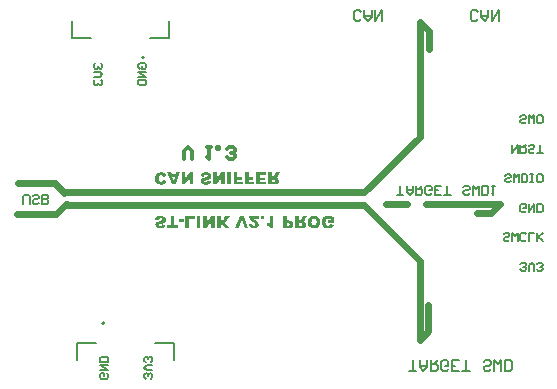
<source format=gbo>
G04*
G04 #@! TF.GenerationSoftware,Altium Limited,Altium Designer,21.6.1 (37)*
G04*
G04 Layer_Color=32896*
%FSLAX44Y44*%
%MOMM*%
G71*
G04*
G04 #@! TF.SameCoordinates,C77E90EC-BB72-4BBE-B68B-7050AC494FBF*
G04*
G04*
G04 #@! TF.FilePolarity,Positive*
G04*
G01*
G75*
%ADD11C,0.1270*%
%ADD12C,0.2000*%
%ADD14C,0.6000*%
%ADD17C,0.1700*%
%ADD77C,0.3000*%
G36*
X110378Y132686D02*
X106934D01*
X103138Y142833D01*
X106341D01*
X106841Y141167D01*
X110396D01*
X110896Y142833D01*
X114192D01*
X110378Y132686D01*
D02*
G37*
G36*
X196961Y139908D02*
X196906Y139815D01*
X196850Y139723D01*
X196702Y139500D01*
X196628Y139426D01*
X196573Y139352D01*
X196536Y139297D01*
X196517Y139278D01*
X196406Y139130D01*
X196295Y139019D01*
X196221Y138926D01*
X196147Y138852D01*
X196091Y138797D01*
X196054Y138760D01*
X196017Y138741D01*
X195906Y138667D01*
X195776Y138612D01*
X195517Y138482D01*
X195388Y138445D01*
X195295Y138408D01*
X195221Y138371D01*
X195202D01*
X195443Y138297D01*
X195665Y138241D01*
X195851Y138167D01*
X196017Y138112D01*
X196128Y138056D01*
X196221Y138001D01*
X196276Y137982D01*
X196295Y137963D01*
X196517Y137815D01*
X196721Y137649D01*
X196887Y137482D01*
X197036Y137334D01*
X197147Y137186D01*
X197239Y137075D01*
X197276Y137001D01*
X197295Y136982D01*
X197424Y136741D01*
X197517Y136482D01*
X197572Y136242D01*
X197628Y136019D01*
X197647Y135816D01*
X197665Y135667D01*
Y135556D01*
Y135519D01*
X197647Y135168D01*
X197591Y134853D01*
X197517Y134575D01*
X197424Y134334D01*
X197332Y134131D01*
X197258Y133982D01*
X197202Y133908D01*
X197184Y133871D01*
X196999Y133631D01*
X196795Y133446D01*
X196591Y133279D01*
X196388Y133149D01*
X196221Y133057D01*
X196073Y133001D01*
X195980Y132964D01*
X195943Y132945D01*
X195628Y132853D01*
X195277Y132797D01*
X194906Y132742D01*
X194554Y132723D01*
X194221Y132705D01*
X194091Y132686D01*
X188499D01*
Y142833D01*
X191647D01*
Y138723D01*
X191906D01*
X192073Y138741D01*
X192221Y138760D01*
X192351Y138797D01*
X192462Y138834D01*
X192554Y138889D01*
X192629Y138926D01*
X192666Y138945D01*
X192684Y138963D01*
X192777Y139056D01*
X192888Y139167D01*
X193073Y139426D01*
X193147Y139537D01*
X193203Y139649D01*
X193240Y139723D01*
X193258Y139741D01*
X194943Y142833D01*
X198498D01*
X196961Y139908D01*
D02*
G37*
G36*
X98509Y142982D02*
X98953Y142944D01*
X99342Y142870D01*
X99657Y142796D01*
X99916Y142741D01*
X100120Y142667D01*
X100175Y142648D01*
X100231Y142630D01*
X100249Y142611D01*
X100268D01*
X100583Y142444D01*
X100879Y142259D01*
X101120Y142074D01*
X101342Y141889D01*
X101508Y141704D01*
X101638Y141574D01*
X101731Y141482D01*
X101749Y141445D01*
X101971Y141130D01*
X102138Y140815D01*
X102305Y140500D01*
X102416Y140185D01*
X102527Y139926D01*
X102582Y139704D01*
X102601Y139630D01*
X102619Y139574D01*
X102638Y139537D01*
Y139519D01*
X99897Y138667D01*
X99805Y139019D01*
X99694Y139315D01*
X99583Y139574D01*
X99472Y139778D01*
X99379Y139945D01*
X99286Y140056D01*
X99231Y140130D01*
X99212Y140148D01*
X99027Y140315D01*
X98805Y140445D01*
X98583Y140519D01*
X98361Y140593D01*
X98157Y140630D01*
X97990Y140648D01*
X97842D01*
X97509Y140630D01*
X97231Y140556D01*
X96972Y140463D01*
X96768Y140334D01*
X96620Y140223D01*
X96490Y140130D01*
X96416Y140056D01*
X96398Y140037D01*
X96305Y139908D01*
X96231Y139760D01*
X96102Y139408D01*
X96027Y139019D01*
X95953Y138649D01*
X95916Y138297D01*
Y138130D01*
X95898Y138001D01*
Y137889D01*
Y137797D01*
Y137741D01*
Y137723D01*
X95916Y137241D01*
X95972Y136834D01*
X96027Y136501D01*
X96120Y136223D01*
X96194Y136019D01*
X96250Y135853D01*
X96305Y135779D01*
X96324Y135742D01*
X96435Y135593D01*
X96546Y135445D01*
X96805Y135242D01*
X97083Y135075D01*
X97342Y134982D01*
X97583Y134908D01*
X97787Y134890D01*
X97842Y134871D01*
X98120D01*
X98287Y134908D01*
X98435Y134927D01*
X98564Y134964D01*
X98657Y135001D01*
X98749Y135038D01*
X98786Y135056D01*
X98805Y135075D01*
X99064Y135242D01*
X99268Y135427D01*
X99342Y135501D01*
X99416Y135575D01*
X99434Y135612D01*
X99453Y135630D01*
X99509Y135723D01*
X99564Y135816D01*
X99675Y136038D01*
X99712Y136130D01*
X99749Y136223D01*
X99768Y136278D01*
Y136297D01*
X102545Y135686D01*
X102434Y135390D01*
X102323Y135112D01*
X102193Y134871D01*
X102064Y134630D01*
X101934Y134408D01*
X101786Y134223D01*
X101657Y134038D01*
X101527Y133890D01*
X101397Y133742D01*
X101286Y133631D01*
X101175Y133519D01*
X101082Y133446D01*
X101009Y133371D01*
X100953Y133334D01*
X100916Y133297D01*
X100897D01*
X100675Y133168D01*
X100453Y133038D01*
X99972Y132853D01*
X99472Y132705D01*
X98972Y132612D01*
X98749Y132575D01*
X98546Y132557D01*
X98361Y132538D01*
X98194D01*
X98064Y132520D01*
X97879D01*
X97435Y132538D01*
X97009Y132575D01*
X96620Y132649D01*
X96250Y132723D01*
X95916Y132834D01*
X95602Y132945D01*
X95305Y133075D01*
X95065Y133186D01*
X94824Y133316D01*
X94639Y133446D01*
X94472Y133557D01*
X94324Y133668D01*
X94231Y133742D01*
X94139Y133816D01*
X94102Y133853D01*
X94083Y133871D01*
X93842Y134131D01*
X93639Y134427D01*
X93472Y134723D01*
X93306Y135038D01*
X93176Y135371D01*
X93083Y135686D01*
X92991Y136001D01*
X92917Y136316D01*
X92861Y136612D01*
X92824Y136871D01*
X92787Y137112D01*
X92769Y137334D01*
Y137501D01*
X92750Y137630D01*
Y137704D01*
Y137741D01*
X92787Y138408D01*
X92824Y138723D01*
X92861Y139019D01*
X92935Y139297D01*
X92991Y139556D01*
X93065Y139797D01*
X93139Y140000D01*
X93195Y140204D01*
X93268Y140371D01*
X93343Y140519D01*
X93398Y140630D01*
X93435Y140723D01*
X93472Y140797D01*
X93509Y140834D01*
Y140852D01*
X93806Y141278D01*
X94102Y141630D01*
X94417Y141908D01*
X94694Y142148D01*
X94935Y142315D01*
X95139Y142444D01*
X95213Y142482D01*
X95268Y142519D01*
X95287Y142537D01*
X95305D01*
X95731Y142685D01*
X96176Y142796D01*
X96638Y142889D01*
X97064Y142944D01*
X97268Y142963D01*
X97453Y142982D01*
X97601D01*
X97750Y143000D01*
X98027D01*
X98509Y142982D01*
D02*
G37*
G36*
X151707Y132686D02*
X148744D01*
Y138315D01*
X144893Y132686D01*
X141986D01*
Y142833D01*
X144930D01*
Y137241D01*
X148744Y142833D01*
X151707D01*
Y132686D01*
D02*
G37*
G36*
X124932D02*
X121969D01*
Y138315D01*
X118118Y132686D01*
X115211D01*
Y142833D01*
X118155D01*
Y137241D01*
X121969Y142833D01*
X124932D01*
Y132686D01*
D02*
G37*
G36*
X186777Y140537D02*
X181371D01*
Y138538D01*
X186240D01*
Y136464D01*
X181371D01*
Y134853D01*
X186629D01*
Y132686D01*
X178223D01*
Y142833D01*
X186777D01*
Y140537D01*
D02*
G37*
G36*
X171927Y138686D02*
X175871D01*
Y136630D01*
X171927D01*
Y134871D01*
X176538D01*
Y132686D01*
X168779D01*
Y142833D01*
X171927D01*
Y138686D01*
D02*
G37*
G36*
X162465D02*
X166409D01*
Y136630D01*
X162465D01*
Y134871D01*
X167076D01*
Y132686D01*
X159317D01*
Y142833D01*
X162465D01*
Y138686D01*
D02*
G37*
G36*
X157058Y132686D02*
X153910D01*
Y142833D01*
X157058D01*
Y132686D01*
D02*
G37*
G36*
X136412Y142982D02*
X136875Y142944D01*
X137301Y142870D01*
X137653Y142796D01*
X137801Y142759D01*
X137931Y142722D01*
X138060Y142685D01*
X138153Y142648D01*
X138227Y142630D01*
X138282Y142611D01*
X138301Y142593D01*
X138319D01*
X138671Y142408D01*
X138968Y142222D01*
X139227Y142019D01*
X139449Y141815D01*
X139616Y141630D01*
X139745Y141482D01*
X139819Y141389D01*
X139838Y141352D01*
X140023Y141037D01*
X140153Y140723D01*
X140264Y140408D01*
X140319Y140130D01*
X140356Y139889D01*
X140393Y139704D01*
Y139630D01*
Y139574D01*
Y139556D01*
Y139537D01*
X140375Y139241D01*
X140338Y138945D01*
X140264Y138704D01*
X140190Y138482D01*
X140115Y138297D01*
X140042Y138149D01*
X140004Y138075D01*
X139986Y138038D01*
X139819Y137797D01*
X139616Y137575D01*
X139393Y137389D01*
X139190Y137223D01*
X138986Y137093D01*
X138838Y137001D01*
X138727Y136945D01*
X138708Y136927D01*
X138690D01*
X138505Y136834D01*
X138301Y136760D01*
X137857Y136593D01*
X137357Y136427D01*
X136875Y136297D01*
X136653Y136242D01*
X136431Y136186D01*
X136227Y136130D01*
X136060Y136093D01*
X135931Y136056D01*
X135820Y136038D01*
X135746Y136019D01*
X135727D01*
X135449Y135964D01*
X135227Y135890D01*
X135042Y135834D01*
X134912Y135779D01*
X134801Y135723D01*
X134746Y135686D01*
X134709Y135649D01*
X134690D01*
X134616Y135575D01*
X134560Y135501D01*
X134505Y135353D01*
X134468Y135242D01*
Y135223D01*
Y135205D01*
X134487Y135093D01*
X134505Y134982D01*
X134598Y134797D01*
X134690Y134686D01*
X134709Y134668D01*
X134727Y134649D01*
X134838Y134575D01*
X134968Y134501D01*
X135246Y134445D01*
X135375Y134427D01*
X135468Y134408D01*
X135560D01*
X135801Y134427D01*
X136005Y134464D01*
X136190Y134501D01*
X136338Y134557D01*
X136449Y134630D01*
X136523Y134668D01*
X136579Y134705D01*
X136597Y134723D01*
X136727Y134853D01*
X136838Y135019D01*
X136912Y135186D01*
X136986Y135334D01*
X137042Y135482D01*
X137079Y135612D01*
X137097Y135686D01*
Y135723D01*
X140060Y135556D01*
X140004Y135279D01*
X139949Y135001D01*
X139875Y134760D01*
X139782Y134538D01*
X139690Y134334D01*
X139579Y134131D01*
X139486Y133964D01*
X139375Y133816D01*
X139171Y133575D01*
X139004Y133390D01*
X138875Y133297D01*
X138856Y133260D01*
X138838D01*
X138634Y133131D01*
X138412Y133020D01*
X137949Y132834D01*
X137449Y132705D01*
X136968Y132612D01*
X136746Y132575D01*
X136542Y132557D01*
X136357Y132538D01*
X136190D01*
X136060Y132520D01*
X135875D01*
X135320Y132538D01*
X134820Y132575D01*
X134394Y132649D01*
X134190Y132686D01*
X134024Y132723D01*
X133875Y132760D01*
X133746Y132797D01*
X133635Y132834D01*
X133542Y132872D01*
X133468Y132890D01*
X133413Y132908D01*
X133394Y132927D01*
X133376D01*
X133061Y133094D01*
X132783Y133260D01*
X132542Y133446D01*
X132357Y133612D01*
X132209Y133779D01*
X132098Y133908D01*
X132024Y133982D01*
X132005Y134019D01*
X131857Y134279D01*
X131746Y134538D01*
X131672Y134797D01*
X131616Y135019D01*
X131579Y135205D01*
X131561Y135371D01*
Y135464D01*
Y135482D01*
Y135501D01*
X131579Y135723D01*
X131598Y135927D01*
X131691Y136297D01*
X131839Y136630D01*
X132005Y136908D01*
X132153Y137149D01*
X132302Y137315D01*
X132394Y137408D01*
X132431Y137427D01*
Y137445D01*
X132616Y137593D01*
X132820Y137723D01*
X133264Y137963D01*
X133746Y138167D01*
X134246Y138352D01*
X134468Y138426D01*
X134672Y138482D01*
X134875Y138538D01*
X135042Y138593D01*
X135172Y138612D01*
X135283Y138649D01*
X135357Y138667D01*
X135375D01*
X135597Y138723D01*
X135801Y138778D01*
X135986Y138815D01*
X136153Y138871D01*
X136431Y138982D01*
X136653Y139074D01*
X136801Y139149D01*
X136912Y139204D01*
X136968Y139241D01*
X136986Y139260D01*
X137097Y139371D01*
X137190Y139500D01*
X137245Y139612D01*
X137301Y139723D01*
X137319Y139815D01*
X137338Y139889D01*
Y139945D01*
Y139963D01*
X137319Y140112D01*
X137282Y140260D01*
X137227Y140389D01*
X137153Y140500D01*
X137079Y140574D01*
X137023Y140648D01*
X136986Y140686D01*
X136968Y140704D01*
X136820Y140797D01*
X136653Y140871D01*
X136486Y140926D01*
X136320Y140963D01*
X136153Y140982D01*
X136042Y141000D01*
X135931D01*
X135616Y140982D01*
X135338Y140908D01*
X135098Y140815D01*
X134894Y140686D01*
X134746Y140574D01*
X134635Y140482D01*
X134560Y140408D01*
X134542Y140389D01*
X134449Y140241D01*
X134357Y140056D01*
X134246Y139686D01*
X134190Y139537D01*
X134172Y139408D01*
X134153Y139315D01*
Y139278D01*
X131172Y139482D01*
X131209Y139760D01*
X131265Y140037D01*
X131394Y140519D01*
X131579Y140963D01*
X131783Y141334D01*
X131876Y141482D01*
X131968Y141630D01*
X132061Y141741D01*
X132135Y141833D01*
X132190Y141908D01*
X132246Y141963D01*
X132264Y142000D01*
X132283Y142019D01*
X132487Y142185D01*
X132727Y142333D01*
X132987Y142482D01*
X133264Y142593D01*
X133857Y142759D01*
X134449Y142870D01*
X134746Y142926D01*
X135005Y142944D01*
X135246Y142963D01*
X135449Y142982D01*
X135634Y143000D01*
X135875D01*
X136412Y142982D01*
D02*
G37*
G36*
X185166Y103138D02*
X182148D01*
Y105971D01*
X185166D01*
Y103138D01*
D02*
G37*
G36*
X219978Y103045D02*
X219922Y102952D01*
X219867Y102860D01*
X219718Y102638D01*
X219644Y102563D01*
X219589Y102490D01*
X219552Y102434D01*
X219533Y102415D01*
X219422Y102267D01*
X219311Y102156D01*
X219237Y102064D01*
X219163Y101989D01*
X219107Y101934D01*
X219070Y101897D01*
X219033Y101878D01*
X218922Y101804D01*
X218793Y101749D01*
X218533Y101619D01*
X218404Y101582D01*
X218311Y101545D01*
X218237Y101508D01*
X218218D01*
X218459Y101434D01*
X218682Y101378D01*
X218867Y101304D01*
X219033Y101249D01*
X219144Y101193D01*
X219237Y101138D01*
X219293Y101119D01*
X219311Y101101D01*
X219533Y100953D01*
X219737Y100786D01*
X219904Y100619D01*
X220052Y100471D01*
X220163Y100323D01*
X220255Y100212D01*
X220292Y100138D01*
X220311Y100119D01*
X220441Y99879D01*
X220533Y99619D01*
X220589Y99379D01*
X220644Y99157D01*
X220663Y98953D01*
X220681Y98805D01*
Y98694D01*
Y98657D01*
X220663Y98305D01*
X220607Y97990D01*
X220533Y97712D01*
X220441Y97472D01*
X220348Y97268D01*
X220274Y97120D01*
X220218Y97046D01*
X220200Y97008D01*
X220015Y96768D01*
X219811Y96583D01*
X219607Y96416D01*
X219404Y96286D01*
X219237Y96194D01*
X219089Y96138D01*
X218996Y96101D01*
X218959Y96083D01*
X218644Y95990D01*
X218293Y95935D01*
X217922Y95879D01*
X217570Y95861D01*
X217237Y95842D01*
X217108Y95823D01*
X211516D01*
Y105971D01*
X214663D01*
Y101860D01*
X214923D01*
X215089Y101878D01*
X215237Y101897D01*
X215367Y101934D01*
X215478Y101971D01*
X215571Y102027D01*
X215645Y102064D01*
X215682Y102082D01*
X215700Y102101D01*
X215793Y102193D01*
X215904Y102304D01*
X216089Y102563D01*
X216163Y102675D01*
X216219Y102786D01*
X216256Y102860D01*
X216274Y102878D01*
X217959Y105971D01*
X221514D01*
X219978Y103045D01*
D02*
G37*
G36*
X152188Y99656D02*
X155910Y95823D01*
X151725D01*
X148448Y99675D01*
Y95823D01*
X145319D01*
Y105971D01*
X148448D01*
Y103508D01*
X150059Y101823D01*
X152207Y105971D01*
X156077D01*
X152188Y99656D01*
D02*
G37*
G36*
X117155Y101175D02*
X113063D01*
Y103360D01*
X117155D01*
Y101175D01*
D02*
G37*
G36*
X143226Y95823D02*
X140264D01*
Y101453D01*
X136412Y95823D01*
X133505D01*
Y105971D01*
X136449D01*
Y100379D01*
X140264Y105971D01*
X143226D01*
Y95823D01*
D02*
G37*
G36*
X239809Y106119D02*
X240290Y106082D01*
X240735Y106026D01*
X241105Y105971D01*
X241253Y105934D01*
X241401Y105915D01*
X241512Y105878D01*
X241623Y105859D01*
X241698Y105841D01*
X241753Y105822D01*
X241790Y105804D01*
X241809D01*
X242216Y105656D01*
X242642Y105452D01*
X243068Y105230D01*
X243457Y105026D01*
X243790Y104823D01*
X243938Y104730D01*
X244049Y104656D01*
X244160Y104600D01*
X244234Y104545D01*
X244271Y104526D01*
X244290Y104508D01*
Y100175D01*
X239439D01*
Y102286D01*
X241549D01*
Y103249D01*
X241327Y103378D01*
X241105Y103489D01*
X240920Y103582D01*
X240753Y103638D01*
X240624Y103693D01*
X240531Y103730D01*
X240457Y103767D01*
X240438D01*
X240087Y103860D01*
X239920Y103878D01*
X239753Y103897D01*
X239624Y103915D01*
X239439D01*
X239050Y103878D01*
X238698Y103804D01*
X238402Y103693D01*
X238161Y103563D01*
X237957Y103434D01*
X237809Y103323D01*
X237735Y103249D01*
X237698Y103212D01*
X237587Y103063D01*
X237494Y102915D01*
X237346Y102545D01*
X237235Y102156D01*
X237161Y101767D01*
X237124Y101416D01*
X237106Y101267D01*
Y101119D01*
X237087Y101008D01*
Y100934D01*
Y100878D01*
Y100860D01*
Y100582D01*
X237106Y100323D01*
X237143Y100082D01*
X237180Y99860D01*
X237235Y99656D01*
X237272Y99471D01*
X237402Y99157D01*
X237513Y98916D01*
X237605Y98731D01*
X237680Y98638D01*
X237698Y98601D01*
X237939Y98360D01*
X238216Y98175D01*
X238494Y98046D01*
X238753Y97971D01*
X238994Y97916D01*
X239179Y97897D01*
X239253Y97879D01*
X239346D01*
X239605Y97897D01*
X239827Y97934D01*
X240013Y97971D01*
X240179Y98027D01*
X240309Y98101D01*
X240420Y98138D01*
X240476Y98175D01*
X240494Y98194D01*
X240642Y98323D01*
X240790Y98453D01*
X240901Y98601D01*
X240994Y98731D01*
X241049Y98860D01*
X241105Y98971D01*
X241142Y99045D01*
Y99064D01*
X244160Y98527D01*
X244049Y98175D01*
X243920Y97860D01*
X243771Y97583D01*
X243642Y97360D01*
X243512Y97175D01*
X243420Y97027D01*
X243346Y96953D01*
X243327Y96916D01*
X243105Y96694D01*
X242883Y96490D01*
X242642Y96323D01*
X242420Y96194D01*
X242235Y96101D01*
X242086Y96027D01*
X241975Y95990D01*
X241957Y95972D01*
X241938D01*
X241772Y95916D01*
X241586Y95861D01*
X241198Y95787D01*
X240772Y95731D01*
X240364Y95694D01*
X239994Y95675D01*
X239846Y95657D01*
X239420D01*
X238790Y95675D01*
X238513Y95694D01*
X238235Y95731D01*
X237994Y95768D01*
X237772Y95823D01*
X237550Y95861D01*
X237365Y95898D01*
X237198Y95953D01*
X237050Y95990D01*
X236920Y96046D01*
X236809Y96083D01*
X236735Y96101D01*
X236680Y96138D01*
X236643Y96157D01*
X236624D01*
X236161Y96416D01*
X235754Y96712D01*
X235420Y97027D01*
X235124Y97323D01*
X234902Y97601D01*
X234754Y97823D01*
X234698Y97916D01*
X234661Y97971D01*
X234624Y98008D01*
Y98027D01*
X234402Y98508D01*
X234235Y98990D01*
X234106Y99471D01*
X234032Y99916D01*
X233995Y100119D01*
X233976Y100304D01*
X233958Y100471D01*
Y100619D01*
X233939Y100730D01*
Y100823D01*
Y100878D01*
Y100897D01*
X233958Y101471D01*
X234032Y102008D01*
X234124Y102490D01*
X234180Y102712D01*
X234254Y102897D01*
X234310Y103082D01*
X234365Y103249D01*
X234402Y103378D01*
X234458Y103489D01*
X234495Y103582D01*
X234532Y103656D01*
X234550Y103693D01*
Y103712D01*
X234809Y104137D01*
X235087Y104508D01*
X235383Y104823D01*
X235661Y105063D01*
X235920Y105267D01*
X236124Y105415D01*
X236198Y105452D01*
X236254Y105489D01*
X236291Y105526D01*
X236309D01*
X236772Y105730D01*
X237254Y105878D01*
X237754Y105989D01*
X238216Y106063D01*
X238439Y106082D01*
X238642Y106100D01*
X238809Y106119D01*
X238976D01*
X239105Y106137D01*
X239272D01*
X239809Y106119D01*
D02*
G37*
G36*
X192999Y95657D02*
X190666D01*
X190481Y96009D01*
X190277Y96323D01*
X190073Y96601D01*
X189870Y96823D01*
X189685Y97027D01*
X189536Y97175D01*
X189444Y97249D01*
X189425Y97286D01*
X189407D01*
X189092Y97527D01*
X188722Y97731D01*
X188351Y97916D01*
X187999Y98083D01*
X187685Y98212D01*
X187537Y98268D01*
X187425Y98323D01*
X187314Y98342D01*
X187240Y98379D01*
X187203Y98397D01*
X187185D01*
Y100693D01*
X187537Y100582D01*
X187851Y100490D01*
X188111Y100379D01*
X188351Y100286D01*
X188536Y100212D01*
X188685Y100156D01*
X188759Y100119D01*
X188796Y100101D01*
X189036Y99971D01*
X189277Y99823D01*
X189518Y99675D01*
X189722Y99545D01*
X189888Y99416D01*
X190036Y99323D01*
X190110Y99249D01*
X190147Y99230D01*
Y105971D01*
X192999D01*
Y95657D01*
D02*
G37*
G36*
X180685Y103674D02*
X176260D01*
X176538Y103434D01*
X176741Y103230D01*
X176815Y103175D01*
X176871Y103119D01*
X176908Y103101D01*
X176926Y103082D01*
X177056Y102971D01*
X177223Y102841D01*
X177426Y102712D01*
X177612Y102582D01*
X177797Y102452D01*
X177945Y102341D01*
X178037Y102267D01*
X178074Y102249D01*
X178334Y102064D01*
X178575Y101878D01*
X178797Y101693D01*
X179000Y101527D01*
X179167Y101360D01*
X179334Y101212D01*
X179611Y100934D01*
X179815Y100712D01*
X179945Y100545D01*
X180037Y100434D01*
X180056Y100397D01*
X180241Y100082D01*
X180371Y99768D01*
X180482Y99453D01*
X180537Y99193D01*
X180574Y98953D01*
X180611Y98768D01*
Y98712D01*
Y98657D01*
Y98638D01*
Y98619D01*
X180593Y98305D01*
X180537Y98008D01*
X180463Y97731D01*
X180371Y97508D01*
X180278Y97305D01*
X180204Y97175D01*
X180148Y97083D01*
X180130Y97046D01*
X179945Y96805D01*
X179722Y96583D01*
X179500Y96416D01*
X179297Y96268D01*
X179111Y96157D01*
X178945Y96064D01*
X178852Y96027D01*
X178834Y96009D01*
X178815D01*
X178482Y95898D01*
X178112Y95805D01*
X177723Y95749D01*
X177352Y95694D01*
X177019Y95675D01*
X176871D01*
X176741Y95657D01*
X176501D01*
X176001Y95675D01*
X175556Y95712D01*
X175167Y95768D01*
X174853Y95842D01*
X174593Y95916D01*
X174408Y95972D01*
X174297Y96009D01*
X174279Y96027D01*
X174260D01*
X173964Y96175D01*
X173723Y96342D01*
X173501Y96509D01*
X173334Y96675D01*
X173186Y96823D01*
X173075Y96934D01*
X173020Y97008D01*
X173001Y97046D01*
X172853Y97323D01*
X172723Y97620D01*
X172631Y97916D01*
X172538Y98212D01*
X172482Y98490D01*
X172446Y98694D01*
X172427Y98786D01*
X172409Y98842D01*
Y98879D01*
Y98897D01*
X175242Y99119D01*
X175297Y98823D01*
X175353Y98582D01*
X175427Y98379D01*
X175501Y98212D01*
X175575Y98083D01*
X175630Y97990D01*
X175667Y97953D01*
X175686Y97934D01*
X175834Y97823D01*
X175982Y97731D01*
X176130Y97675D01*
X176260Y97620D01*
X176390Y97601D01*
X176482Y97583D01*
X176575D01*
X176760Y97601D01*
X176926Y97638D01*
X177075Y97694D01*
X177204Y97749D01*
X177315Y97805D01*
X177389Y97860D01*
X177426Y97897D01*
X177445Y97916D01*
X177556Y98046D01*
X177649Y98175D01*
X177704Y98305D01*
X177760Y98434D01*
X177778Y98545D01*
X177797Y98638D01*
Y98694D01*
Y98712D01*
X177778Y98879D01*
X177741Y99027D01*
X177686Y99193D01*
X177630Y99323D01*
X177556Y99453D01*
X177500Y99545D01*
X177463Y99601D01*
X177445Y99619D01*
X177371Y99712D01*
X177278Y99823D01*
X177056Y100045D01*
X176778Y100267D01*
X176519Y100508D01*
X176260Y100712D01*
X176056Y100878D01*
X175964Y100934D01*
X175908Y100990D01*
X175871Y101008D01*
X175853Y101027D01*
X175482Y101304D01*
X175149Y101564D01*
X174834Y101823D01*
X174556Y102064D01*
X174297Y102304D01*
X174075Y102508D01*
X173871Y102712D01*
X173705Y102897D01*
X173556Y103063D01*
X173408Y103212D01*
X173316Y103341D01*
X173223Y103434D01*
X173149Y103526D01*
X173112Y103582D01*
X173094Y103619D01*
X173075Y103638D01*
X172834Y104045D01*
X172631Y104471D01*
X172482Y104860D01*
X172371Y105211D01*
X172279Y105526D01*
X172260Y105656D01*
X172242Y105767D01*
X172223Y105841D01*
X172205Y105915D01*
Y105952D01*
Y105971D01*
X180685D01*
Y103674D01*
D02*
G37*
G36*
X204368Y102193D02*
X206072D01*
X206423Y102175D01*
X206738Y102156D01*
X207034Y102119D01*
X207312Y102064D01*
X207572Y101989D01*
X207812Y101915D01*
X208016Y101841D01*
X208201Y101767D01*
X208368Y101693D01*
X208516Y101619D01*
X208627Y101545D01*
X208738Y101471D01*
X208812Y101416D01*
X208868Y101378D01*
X208886Y101341D01*
X208905D01*
X209071Y101175D01*
X209219Y100990D01*
X209331Y100804D01*
X209442Y100601D01*
X209608Y100193D01*
X209719Y99805D01*
X209775Y99471D01*
X209812Y99323D01*
Y99193D01*
X209830Y99082D01*
Y99008D01*
Y98953D01*
Y98934D01*
Y98657D01*
X209793Y98416D01*
X209701Y97953D01*
X209553Y97564D01*
X209405Y97231D01*
X209256Y96972D01*
X209108Y96786D01*
X209053Y96731D01*
X209016Y96675D01*
X208997Y96638D01*
X208979D01*
X208812Y96490D01*
X208627Y96361D01*
X208220Y96175D01*
X207794Y96027D01*
X207386Y95916D01*
X207016Y95861D01*
X206849Y95842D01*
X206701D01*
X206590Y95823D01*
X201220D01*
Y105971D01*
X204368D01*
Y102193D01*
D02*
G37*
G36*
X171835Y95823D02*
X168650D01*
X166391Y103138D01*
X164113Y95823D01*
X160836D01*
X164669Y105971D01*
X168057D01*
X171835Y95823D01*
D02*
G37*
G36*
X131246D02*
X128098D01*
Y105971D01*
X131246D01*
Y95823D01*
D02*
G37*
G36*
X126543Y103471D02*
X121636D01*
Y95823D01*
X118507D01*
Y105971D01*
X126543D01*
Y103471D01*
D02*
G37*
G36*
X109156Y98323D02*
X112359D01*
Y95823D01*
X102823D01*
Y98323D01*
X106026D01*
Y105971D01*
X109156D01*
Y98323D01*
D02*
G37*
G36*
X228088Y106119D02*
X228643Y106045D01*
X229125Y105934D01*
X229328Y105878D01*
X229532Y105822D01*
X229717Y105767D01*
X229865Y105711D01*
X229995Y105656D01*
X230106Y105600D01*
X230199Y105563D01*
X230254Y105526D01*
X230291Y105508D01*
X230310D01*
X230717Y105248D01*
X231050Y104971D01*
X231347Y104674D01*
X231588Y104397D01*
X231791Y104137D01*
X231921Y103934D01*
X231976Y103860D01*
X232013Y103804D01*
X232032Y103767D01*
Y103749D01*
X232236Y103286D01*
X232384Y102804D01*
X232495Y102323D01*
X232569Y101860D01*
X232587Y101638D01*
X232606Y101453D01*
X232624Y101267D01*
X232643Y101119D01*
Y100990D01*
Y100897D01*
Y100842D01*
Y100823D01*
X232624Y100379D01*
X232587Y99953D01*
X232513Y99564D01*
X232421Y99193D01*
X232328Y98860D01*
X232199Y98545D01*
X232087Y98268D01*
X231958Y98008D01*
X231828Y97786D01*
X231699Y97583D01*
X231569Y97416D01*
X231476Y97268D01*
X231384Y97175D01*
X231310Y97083D01*
X231273Y97046D01*
X231254Y97027D01*
X230977Y96786D01*
X230699Y96583D01*
X230384Y96397D01*
X230069Y96231D01*
X229754Y96101D01*
X229421Y95990D01*
X229106Y95898D01*
X228792Y95823D01*
X228514Y95768D01*
X228236Y95731D01*
X227995Y95694D01*
X227773Y95675D01*
X227607Y95657D01*
X227366D01*
X226921Y95675D01*
X226495Y95712D01*
X226088Y95786D01*
X225718Y95879D01*
X225366Y95972D01*
X225051Y96101D01*
X224755Y96212D01*
X224496Y96342D01*
X224273Y96472D01*
X224070Y96601D01*
X223903Y96731D01*
X223755Y96823D01*
X223644Y96916D01*
X223570Y96990D01*
X223514Y97027D01*
X223496Y97046D01*
X223255Y97323D01*
X223051Y97601D01*
X222866Y97916D01*
X222700Y98231D01*
X222570Y98564D01*
X222459Y98879D01*
X222366Y99193D01*
X222292Y99508D01*
X222237Y99786D01*
X222200Y100064D01*
X222163Y100304D01*
X222144Y100508D01*
Y100675D01*
X222125Y100804D01*
Y100878D01*
Y100915D01*
X222163Y101545D01*
X222237Y102119D01*
X222292Y102397D01*
X222348Y102638D01*
X222403Y102860D01*
X222477Y103063D01*
X222533Y103249D01*
X222589Y103415D01*
X222644Y103545D01*
X222700Y103656D01*
X222755Y103749D01*
X222774Y103823D01*
X222811Y103860D01*
Y103878D01*
X223088Y104286D01*
X223403Y104637D01*
X223699Y104952D01*
X223996Y105174D01*
X224255Y105359D01*
X224459Y105489D01*
X224533Y105545D01*
X224588Y105582D01*
X224625Y105600D01*
X224644D01*
X225088Y105785D01*
X225570Y105915D01*
X226033Y106008D01*
X226477Y106063D01*
X226699Y106100D01*
X226884D01*
X227051Y106119D01*
X227199Y106137D01*
X227477D01*
X228088Y106119D01*
D02*
G37*
G36*
X97990D02*
X98453Y106082D01*
X98879Y106008D01*
X99231Y105934D01*
X99379Y105897D01*
X99509Y105859D01*
X99638Y105822D01*
X99731Y105785D01*
X99805Y105767D01*
X99860Y105748D01*
X99879Y105730D01*
X99897D01*
X100249Y105545D01*
X100546Y105359D01*
X100805Y105156D01*
X101027Y104952D01*
X101194Y104767D01*
X101323Y104619D01*
X101397Y104526D01*
X101416Y104489D01*
X101601Y104174D01*
X101731Y103860D01*
X101842Y103545D01*
X101897Y103267D01*
X101934Y103026D01*
X101971Y102841D01*
Y102767D01*
Y102712D01*
Y102693D01*
Y102675D01*
X101953Y102378D01*
X101916Y102082D01*
X101842Y101841D01*
X101768Y101619D01*
X101694Y101434D01*
X101620Y101286D01*
X101582Y101212D01*
X101564Y101175D01*
X101397Y100934D01*
X101194Y100712D01*
X100971Y100527D01*
X100768Y100360D01*
X100564Y100230D01*
X100416Y100138D01*
X100305Y100082D01*
X100286Y100064D01*
X100268D01*
X100083Y99971D01*
X99879Y99897D01*
X99434Y99731D01*
X98935Y99564D01*
X98453Y99434D01*
X98231Y99379D01*
X98009Y99323D01*
X97805Y99268D01*
X97638Y99230D01*
X97509Y99193D01*
X97398Y99175D01*
X97324Y99157D01*
X97305D01*
X97027Y99101D01*
X96805Y99027D01*
X96620Y98971D01*
X96490Y98916D01*
X96379Y98860D01*
X96324Y98823D01*
X96287Y98786D01*
X96268D01*
X96194Y98712D01*
X96139Y98638D01*
X96083Y98490D01*
X96046Y98379D01*
Y98360D01*
Y98342D01*
X96065Y98231D01*
X96083Y98119D01*
X96176Y97934D01*
X96268Y97823D01*
X96287Y97805D01*
X96305Y97786D01*
X96416Y97712D01*
X96546Y97638D01*
X96824Y97583D01*
X96953Y97564D01*
X97046Y97545D01*
X97139D01*
X97379Y97564D01*
X97583Y97601D01*
X97768Y97638D01*
X97916Y97694D01*
X98027Y97768D01*
X98101Y97805D01*
X98157Y97842D01*
X98175Y97860D01*
X98305Y97990D01*
X98416Y98157D01*
X98490Y98323D01*
X98564Y98471D01*
X98620Y98619D01*
X98657Y98749D01*
X98675Y98823D01*
Y98860D01*
X101638Y98694D01*
X101582Y98416D01*
X101527Y98138D01*
X101453Y97897D01*
X101360Y97675D01*
X101268Y97472D01*
X101157Y97268D01*
X101064Y97101D01*
X100953Y96953D01*
X100749Y96712D01*
X100583Y96527D01*
X100453Y96434D01*
X100434Y96397D01*
X100416D01*
X100212Y96268D01*
X99990Y96157D01*
X99527Y95972D01*
X99027Y95842D01*
X98546Y95749D01*
X98324Y95712D01*
X98120Y95694D01*
X97935Y95675D01*
X97768D01*
X97638Y95657D01*
X97453D01*
X96898Y95675D01*
X96398Y95712D01*
X95972Y95786D01*
X95768Y95823D01*
X95602Y95861D01*
X95454Y95898D01*
X95324Y95935D01*
X95213Y95972D01*
X95120Y96009D01*
X95046Y96027D01*
X94991Y96046D01*
X94972Y96064D01*
X94953D01*
X94639Y96231D01*
X94361Y96397D01*
X94120Y96583D01*
X93935Y96749D01*
X93787Y96916D01*
X93676Y97046D01*
X93602Y97120D01*
X93583Y97157D01*
X93435Y97416D01*
X93324Y97675D01*
X93250Y97934D01*
X93195Y98157D01*
X93157Y98342D01*
X93139Y98508D01*
Y98601D01*
Y98619D01*
Y98638D01*
X93157Y98860D01*
X93176Y99064D01*
X93268Y99434D01*
X93417Y99768D01*
X93583Y100045D01*
X93731Y100286D01*
X93880Y100453D01*
X93972Y100545D01*
X94009Y100564D01*
Y100582D01*
X94194Y100730D01*
X94398Y100860D01*
X94842Y101101D01*
X95324Y101304D01*
X95824Y101490D01*
X96046Y101564D01*
X96250Y101619D01*
X96453Y101675D01*
X96620Y101730D01*
X96750Y101749D01*
X96861Y101786D01*
X96935Y101804D01*
X96953D01*
X97176Y101860D01*
X97379Y101915D01*
X97564Y101952D01*
X97731Y102008D01*
X98009Y102119D01*
X98231Y102212D01*
X98379Y102286D01*
X98490Y102341D01*
X98546Y102378D01*
X98564Y102397D01*
X98675Y102508D01*
X98768Y102638D01*
X98823Y102749D01*
X98879Y102860D01*
X98898Y102952D01*
X98916Y103026D01*
Y103082D01*
Y103101D01*
X98898Y103249D01*
X98861Y103397D01*
X98805Y103526D01*
X98731Y103638D01*
X98657Y103712D01*
X98601Y103786D01*
X98564Y103823D01*
X98546Y103841D01*
X98398Y103934D01*
X98231Y104008D01*
X98064Y104063D01*
X97898Y104100D01*
X97731Y104119D01*
X97620Y104137D01*
X97509D01*
X97194Y104119D01*
X96916Y104045D01*
X96676Y103952D01*
X96472Y103823D01*
X96324Y103712D01*
X96213Y103619D01*
X96139Y103545D01*
X96120Y103526D01*
X96027Y103378D01*
X95935Y103193D01*
X95824Y102823D01*
X95768Y102675D01*
X95750Y102545D01*
X95731Y102452D01*
Y102415D01*
X92750Y102619D01*
X92787Y102897D01*
X92843Y103175D01*
X92972Y103656D01*
X93157Y104100D01*
X93361Y104471D01*
X93454Y104619D01*
X93546Y104767D01*
X93639Y104878D01*
X93713Y104971D01*
X93769Y105045D01*
X93824Y105100D01*
X93842Y105137D01*
X93861Y105156D01*
X94065Y105323D01*
X94305Y105471D01*
X94565Y105619D01*
X94842Y105730D01*
X95435Y105897D01*
X96027Y106008D01*
X96324Y106063D01*
X96583Y106082D01*
X96824Y106100D01*
X97027Y106119D01*
X97213Y106137D01*
X97453D01*
X97990Y106119D01*
D02*
G37*
%LPC*%
G36*
X109730Y138963D02*
X107508D01*
X108619Y135334D01*
X109730Y138963D01*
D02*
G37*
G36*
X193073Y136797D02*
X191647D01*
Y134742D01*
X193017D01*
X193314Y134760D01*
X193573Y134779D01*
X193777Y134834D01*
X193943Y134871D01*
X194054Y134927D01*
X194147Y134982D01*
X194184Y135001D01*
X194202Y135019D01*
X194314Y135131D01*
X194388Y135242D01*
X194443Y135371D01*
X194480Y135482D01*
X194499Y135593D01*
X194517Y135686D01*
Y135742D01*
Y135760D01*
Y135890D01*
X194480Y136001D01*
X194425Y136186D01*
X194388Y136260D01*
X194351Y136297D01*
X194332Y136334D01*
X194314Y136353D01*
X194240Y136445D01*
X194147Y136519D01*
X193980Y136612D01*
X193906Y136630D01*
X193851Y136649D01*
X193814Y136667D01*
X193795D01*
X193591Y136704D01*
X193406Y136741D01*
X193258Y136760D01*
X193147Y136778D01*
X193073Y136797D01*
D02*
G37*
G36*
X216089Y99934D02*
X214663D01*
Y97879D01*
X216034D01*
X216330Y97897D01*
X216589Y97916D01*
X216793Y97971D01*
X216959Y98008D01*
X217071Y98064D01*
X217163Y98119D01*
X217200Y98138D01*
X217219Y98157D01*
X217330Y98268D01*
X217404Y98379D01*
X217459Y98508D01*
X217496Y98619D01*
X217515Y98731D01*
X217533Y98823D01*
Y98879D01*
Y98897D01*
Y99027D01*
X217496Y99138D01*
X217441Y99323D01*
X217404Y99397D01*
X217367Y99434D01*
X217348Y99471D01*
X217330Y99490D01*
X217256Y99582D01*
X217163Y99656D01*
X216996Y99749D01*
X216922Y99768D01*
X216867Y99786D01*
X216830Y99805D01*
X216811D01*
X216608Y99842D01*
X216422Y99879D01*
X216274Y99897D01*
X216163Y99916D01*
X216089Y99934D01*
D02*
G37*
G36*
X205275Y100138D02*
X204368D01*
Y97879D01*
X205257D01*
X205553Y97897D01*
X205812Y97934D01*
X206016Y97990D01*
X206183Y98046D01*
X206294Y98101D01*
X206386Y98157D01*
X206423Y98194D01*
X206442Y98212D01*
X206553Y98342D01*
X206627Y98471D01*
X206701Y98619D01*
X206738Y98749D01*
X206757Y98860D01*
X206775Y98953D01*
Y99008D01*
Y99027D01*
X206757Y99212D01*
X206720Y99360D01*
X206664Y99508D01*
X206590Y99619D01*
X206516Y99712D01*
X206460Y99786D01*
X206423Y99823D01*
X206405Y99842D01*
X206238Y99934D01*
X206053Y100008D01*
X205831Y100064D01*
X205627Y100101D01*
X205442Y100119D01*
X205275Y100138D01*
D02*
G37*
G36*
X227477Y103786D02*
X227384D01*
X227032Y103749D01*
X226718Y103674D01*
X226440Y103582D01*
X226218Y103452D01*
X226051Y103323D01*
X225921Y103230D01*
X225829Y103156D01*
X225810Y103119D01*
X225718Y102989D01*
X225625Y102841D01*
X225496Y102490D01*
X225385Y102119D01*
X225329Y101767D01*
X225292Y101434D01*
X225273Y101286D01*
Y101156D01*
X225255Y101064D01*
Y100990D01*
Y100934D01*
Y100915D01*
Y100638D01*
X225273Y100379D01*
X225310Y100138D01*
X225347Y99916D01*
X225385Y99731D01*
X225440Y99545D01*
X225496Y99379D01*
X225551Y99230D01*
X225644Y99008D01*
X225736Y98842D01*
X225810Y98749D01*
X225829Y98712D01*
X226051Y98490D01*
X226310Y98323D01*
X226569Y98194D01*
X226810Y98119D01*
X227014Y98064D01*
X227199Y98046D01*
X227310Y98027D01*
X227347D01*
X227699Y98064D01*
X228014Y98138D01*
X228292Y98231D01*
X228514Y98360D01*
X228680Y98490D01*
X228810Y98582D01*
X228903Y98657D01*
X228921Y98694D01*
X229125Y98971D01*
X229273Y99305D01*
X229366Y99656D01*
X229440Y99990D01*
X229477Y100304D01*
X229495Y100434D01*
X229514Y100545D01*
Y100656D01*
Y100730D01*
Y100767D01*
Y100786D01*
Y101101D01*
X229495Y101378D01*
X229458Y101638D01*
X229421Y101878D01*
X229384Y102082D01*
X229328Y102286D01*
X229273Y102452D01*
X229236Y102601D01*
X229180Y102730D01*
X229125Y102841D01*
X229069Y102934D01*
X229032Y103008D01*
X228958Y103101D01*
X228940Y103138D01*
X228717Y103360D01*
X228458Y103508D01*
X228199Y103619D01*
X227958Y103712D01*
X227736Y103749D01*
X227551Y103767D01*
X227477Y103786D01*
D02*
G37*
%LPD*%
D11*
X26500Y-15550D02*
Y-1250D01*
X42750D01*
X92750D02*
X109000D01*
Y-15550D02*
Y-1250D01*
X105000Y256500D02*
Y270800D01*
X88750Y256500D02*
X105000D01*
X22500D02*
X38750D01*
X22500D02*
Y270800D01*
D12*
X50000Y15250D02*
G03*
X50000Y15250I-1000J0D01*
G01*
X83500Y240000D02*
G03*
X83500Y240000I-1000J0D01*
G01*
X-18750Y116003D02*
Y122667D01*
X-17417Y124000D01*
X-14751D01*
X-13418Y122667D01*
Y116003D01*
X-5421Y117336D02*
X-6754Y116003D01*
X-9420D01*
X-10753Y117336D01*
Y118668D01*
X-9420Y120001D01*
X-6754D01*
X-5421Y121334D01*
Y122667D01*
X-6754Y124000D01*
X-9420D01*
X-10753Y122667D01*
X-2755Y116003D02*
Y124000D01*
X1244D01*
X2576Y122667D01*
Y121334D01*
X1244Y120001D01*
X-2755D01*
X1244D01*
X2576Y118668D01*
Y117336D01*
X1244Y116003D01*
X-2755D01*
D14*
X-23250Y133500D02*
X8000D01*
X15750Y125750D01*
Y125250D02*
Y125750D01*
X-24250Y107500D02*
X9000D01*
X17500Y116000D01*
X18000D01*
X365250Y108750D02*
X377250D01*
X384500Y116000D01*
X322000D02*
X384500D01*
X288750Y115750D02*
X306500D01*
X324000Y8250D02*
Y30250D01*
X316750Y1000D02*
X324000Y8250D01*
X316750Y1000D02*
Y68250D01*
X269750Y115250D02*
X316750Y68250D01*
X17000Y115250D02*
X269750Y115250D01*
X324500Y247500D02*
Y262750D01*
X316750Y270500D02*
X324500Y262750D01*
X316750Y173250D02*
Y270500D01*
X269500Y126000D02*
X316750Y173250D01*
X15750Y126000D02*
X269500Y126000D01*
D17*
X89463Y-31807D02*
X90630Y-30640D01*
Y-28308D01*
X89463Y-27142D01*
X88297D01*
X87131Y-28308D01*
Y-29474D01*
Y-28308D01*
X85964Y-27142D01*
X84798D01*
X83632Y-28308D01*
Y-30640D01*
X84798Y-31807D01*
X90630Y-24809D02*
X85964D01*
X83632Y-22476D01*
X85964Y-20144D01*
X90630D01*
X89463Y-17811D02*
X90630Y-16645D01*
Y-14312D01*
X89463Y-13146D01*
X88297D01*
X87131Y-14312D01*
Y-15479D01*
Y-14312D01*
X85964Y-13146D01*
X84798D01*
X83632Y-14312D01*
Y-16645D01*
X84798Y-17811D01*
X52031Y-27142D02*
X53198Y-28308D01*
Y-30640D01*
X52031Y-31807D01*
X47366D01*
X46200Y-30640D01*
Y-28308D01*
X47366Y-27142D01*
X49699D01*
Y-29474D01*
X46200Y-24809D02*
X53198D01*
X46200Y-20144D01*
X53198D01*
Y-17811D02*
X46200D01*
Y-14312D01*
X47366Y-13146D01*
X52031D01*
X53198Y-14312D01*
Y-17811D01*
X42287Y235307D02*
X41121Y234140D01*
Y231808D01*
X42287Y230642D01*
X43453D01*
X44619Y231808D01*
Y232974D01*
Y231808D01*
X45786Y230642D01*
X46952D01*
X48118Y231808D01*
Y234140D01*
X46952Y235307D01*
X41121Y228309D02*
X45786D01*
X48118Y225976D01*
X45786Y223644D01*
X41121D01*
X42287Y221311D02*
X41121Y220145D01*
Y217812D01*
X42287Y216646D01*
X43453D01*
X44619Y217812D01*
Y218979D01*
Y217812D01*
X45786Y216646D01*
X46952D01*
X48118Y217812D01*
Y220145D01*
X46952Y221311D01*
X79719Y230642D02*
X78552Y231808D01*
Y234140D01*
X79719Y235307D01*
X84384D01*
X85550Y234140D01*
Y231808D01*
X84384Y230642D01*
X82051D01*
Y232974D01*
X85550Y228309D02*
X78552D01*
X85550Y223644D01*
X78552D01*
Y221311D02*
X85550D01*
Y217812D01*
X84384Y216646D01*
X79719D01*
X78552Y217812D01*
Y221311D01*
X308078Y-25197D02*
X314076D01*
X311077D01*
Y-16200D01*
X317075D02*
Y-22198D01*
X320074Y-25197D01*
X323073Y-22198D01*
Y-16200D01*
Y-20698D01*
X317075D01*
X326072Y-16200D02*
Y-25197D01*
X330571D01*
X332070Y-23698D01*
Y-20698D01*
X330571Y-19199D01*
X326072D01*
X329071D02*
X332070Y-16200D01*
X341068Y-23698D02*
X339568Y-25197D01*
X336569D01*
X335069Y-23698D01*
Y-17700D01*
X336569Y-16200D01*
X339568D01*
X341068Y-17700D01*
Y-20698D01*
X338069D01*
X350065Y-25197D02*
X344067D01*
Y-16200D01*
X350065D01*
X344067Y-20698D02*
X347066D01*
X353064Y-25197D02*
X359062D01*
X356063D01*
Y-16200D01*
X377056Y-23698D02*
X375556Y-25197D01*
X372557D01*
X371058Y-23698D01*
Y-22198D01*
X372557Y-20698D01*
X375556D01*
X377056Y-19199D01*
Y-17700D01*
X375556Y-16200D01*
X372557D01*
X371058Y-17700D01*
X380055Y-25197D02*
Y-16200D01*
X383054Y-19199D01*
X386053Y-16200D01*
Y-25197D01*
X389052D02*
Y-16200D01*
X393550D01*
X395050Y-17700D01*
Y-23698D01*
X393550Y-25197D01*
X389052D01*
X267088Y272553D02*
X265588Y271053D01*
X262589D01*
X261090Y272553D01*
Y278550D01*
X262589Y280050D01*
X265588D01*
X267088Y278550D01*
X270087Y280050D02*
Y274052D01*
X273086Y271053D01*
X276085Y274052D01*
Y280050D01*
Y275551D01*
X270087D01*
X279084Y280050D02*
Y271053D01*
X285082Y280050D01*
Y271053D01*
X366056Y272553D02*
X364556Y271053D01*
X361557D01*
X360058Y272553D01*
Y278550D01*
X361557Y280050D01*
X364556D01*
X366056Y278550D01*
X369055Y280050D02*
Y274052D01*
X372054Y271053D01*
X375053Y274052D01*
Y280050D01*
Y275551D01*
X369055D01*
X378052Y280050D02*
Y271053D01*
X384050Y280050D01*
Y271053D01*
X402193Y60696D02*
X403359Y59530D01*
X405692D01*
X406858Y60696D01*
Y61862D01*
X405692Y63029D01*
X404526D01*
X405692D01*
X406858Y64195D01*
Y65361D01*
X405692Y66528D01*
X403359D01*
X402193Y65361D01*
X409191Y59530D02*
Y64195D01*
X411524Y66528D01*
X413856Y64195D01*
Y59530D01*
X416189Y60696D02*
X417355Y59530D01*
X419688D01*
X420854Y60696D01*
Y61862D01*
X419688Y63029D01*
X418521D01*
X419688D01*
X420854Y64195D01*
Y65361D01*
X419688Y66528D01*
X417355D01*
X416189Y65361D01*
X392863Y85651D02*
X391697Y84484D01*
X389364D01*
X388198Y85651D01*
Y86817D01*
X389364Y87983D01*
X391697D01*
X392863Y89150D01*
Y90316D01*
X391697Y91482D01*
X389364D01*
X388198Y90316D01*
X395196Y84484D02*
Y91482D01*
X397528Y89150D01*
X399861Y91482D01*
Y84484D01*
X406858Y85651D02*
X405692Y84484D01*
X403359D01*
X402193Y85651D01*
Y90316D01*
X403359Y91482D01*
X405692D01*
X406858Y90316D01*
X409191Y84484D02*
Y91482D01*
X413856D01*
X416189Y84484D02*
Y91482D01*
Y89150D01*
X420854Y84484D01*
X417355Y87983D01*
X420854Y91482D01*
X406858Y110605D02*
X405692Y109439D01*
X403359D01*
X402193Y110605D01*
Y115270D01*
X403359Y116437D01*
X405692D01*
X406858Y115270D01*
Y112938D01*
X404526D01*
X409191Y116437D02*
Y109439D01*
X413856Y116437D01*
Y109439D01*
X416189D02*
Y116437D01*
X419688D01*
X420854Y115270D01*
Y110605D01*
X419688Y109439D01*
X416189D01*
X394029Y135560D02*
X392863Y134393D01*
X390530D01*
X389364Y135560D01*
Y136726D01*
X390530Y137892D01*
X392863D01*
X394029Y139059D01*
Y140225D01*
X392863Y141391D01*
X390530D01*
X389364Y140225D01*
X396362Y134393D02*
Y141391D01*
X398694Y139059D01*
X401027Y141391D01*
Y134393D01*
X403359D02*
Y141391D01*
X406858D01*
X408025Y140225D01*
Y135560D01*
X406858Y134393D01*
X403359D01*
X410357D02*
X412690D01*
X411524D01*
Y141391D01*
X410357D01*
X412690D01*
X419688Y134393D02*
X417355D01*
X416189Y135560D01*
Y140225D01*
X417355Y141391D01*
X419688D01*
X420854Y140225D01*
Y135560D01*
X419688Y134393D01*
X395196Y166346D02*
Y159348D01*
X399861Y166346D01*
Y159348D01*
X402193Y166346D02*
Y159348D01*
X405692D01*
X406858Y160514D01*
Y162847D01*
X405692Y164013D01*
X402193D01*
X404526D02*
X406858Y166346D01*
X413856Y160514D02*
X412690Y159348D01*
X410357D01*
X409191Y160514D01*
Y161680D01*
X410357Y162847D01*
X412690D01*
X413856Y164013D01*
Y165179D01*
X412690Y166346D01*
X410357D01*
X409191Y165179D01*
X416189Y159348D02*
X420854D01*
X418521D01*
Y166346D01*
X406858Y185469D02*
X405692Y184302D01*
X403359D01*
X402193Y185469D01*
Y186635D01*
X403359Y187801D01*
X405692D01*
X406858Y188967D01*
Y190134D01*
X405692Y191300D01*
X403359D01*
X402193Y190134D01*
X409191Y184302D02*
Y191300D01*
X411524Y188967D01*
X413856Y191300D01*
Y184302D01*
X419688D02*
X417355D01*
X416189Y185469D01*
Y190134D01*
X417355Y191300D01*
X419688D01*
X420854Y190134D01*
Y185469D01*
X419688Y184302D01*
X297750Y123753D02*
X303082D01*
X300416D01*
Y131750D01*
X305747D02*
Y126418D01*
X308413Y123753D01*
X311079Y126418D01*
Y131750D01*
Y127751D01*
X305747D01*
X313745Y131750D02*
Y123753D01*
X317744D01*
X319076Y125085D01*
Y127751D01*
X317744Y129084D01*
X313745D01*
X316411D02*
X319076Y131750D01*
X327074Y125085D02*
X325741Y123753D01*
X323075D01*
X321742Y125085D01*
Y130417D01*
X323075Y131750D01*
X325741D01*
X327074Y130417D01*
Y127751D01*
X324408D01*
X335071Y123753D02*
X329740D01*
Y131750D01*
X335071D01*
X329740Y127751D02*
X332406D01*
X337737Y123753D02*
X343069D01*
X340403D01*
Y131750D01*
X359063Y125085D02*
X357731Y123753D01*
X355065D01*
X353732Y125085D01*
Y126418D01*
X355065Y127751D01*
X357731D01*
X359063Y129084D01*
Y130417D01*
X357731Y131750D01*
X355065D01*
X353732Y130417D01*
X361729Y123753D02*
Y131750D01*
X364395Y129084D01*
X367061Y131750D01*
Y123753D01*
X369727D02*
Y131750D01*
X373726D01*
X375058Y130417D01*
Y125085D01*
X373726Y123753D01*
X369727D01*
X377724Y131750D02*
X380390D01*
X379057D01*
Y123753D01*
X377724Y125085D01*
D77*
X117090Y154003D02*
Y160668D01*
X120423Y164000D01*
X123755Y160668D01*
Y154003D01*
X137084Y164000D02*
X140416D01*
X138750D01*
Y154003D01*
X137084Y155669D01*
X145414Y164000D02*
Y162334D01*
X147081D01*
Y164000D01*
X145414D01*
X153745Y155669D02*
X155411Y154003D01*
X158743D01*
X160410Y155669D01*
Y157335D01*
X158743Y159002D01*
X157077D01*
X158743D01*
X160410Y160668D01*
Y162334D01*
X158743Y164000D01*
X155411D01*
X153745Y162334D01*
M02*

</source>
